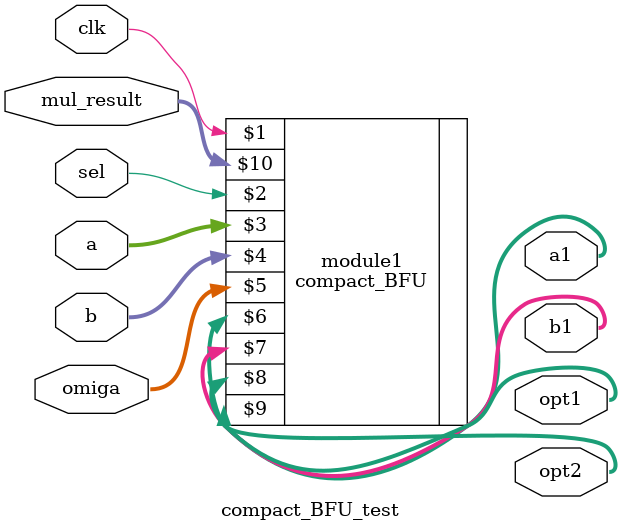
<source format=v>

`timescale 1ns / 1ps
module compact_BFU_test(
    input  wire clk,
    input  wire sel,//0: NTT, 1: INTT
    input  wire[22:0] a,
    input  wire[22:0] b,
    input  wire[22:0] omiga,
    output wire[22:0] a1,
    output wire[22:0] b1,
    input wire[22:0] mul_result,
    output wire[22:0] opt1,
    output wire[22:0] opt2

    );
    
    
    //start,
   compact_BFU module1(clk, sel, a, b, omiga, a1, b1, opt1, opt2, mul_result);
    
endmodule
</source>
